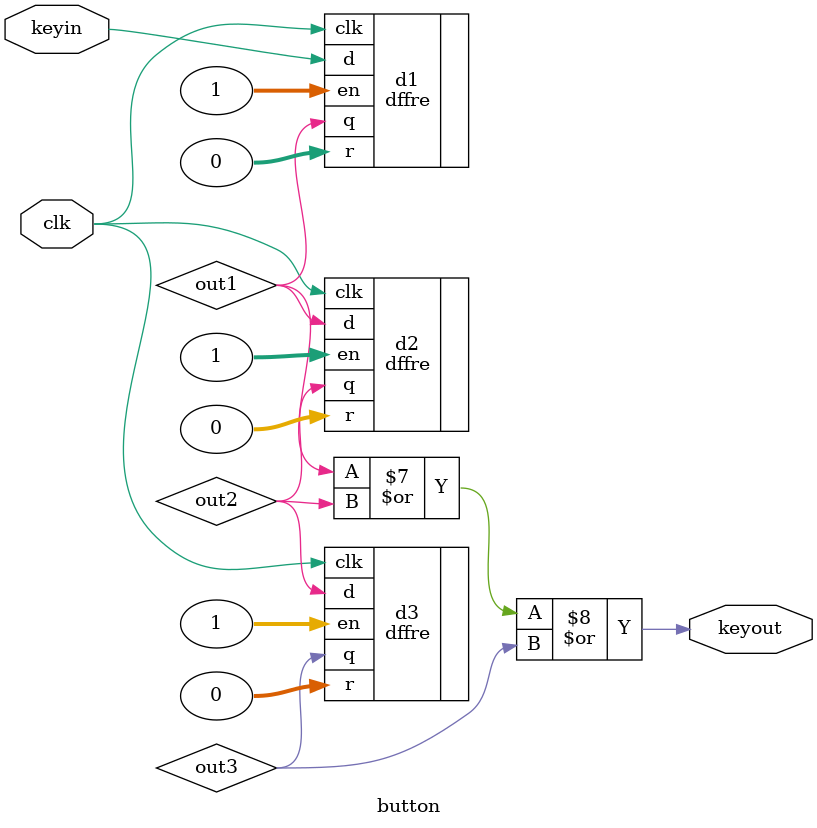
<source format=v>
module button (
    input keyin,
    input clk,
    output keyout
);

    wire out1, out2 , out3;

    dffre d1(.d(keyin) , .en(1) , .r(0) , .clk(clk) , .q(out1));
    dffre d2(.d(out1) , .en(1) , .r(0) , .clk(clk) , .q(out2));
    dffre d3(.d(out2) , .en(1) , .r(0) , .clk(clk) , .q(out3));

    assign keyout = out1|out2|out3;
    
endmodule
</source>
